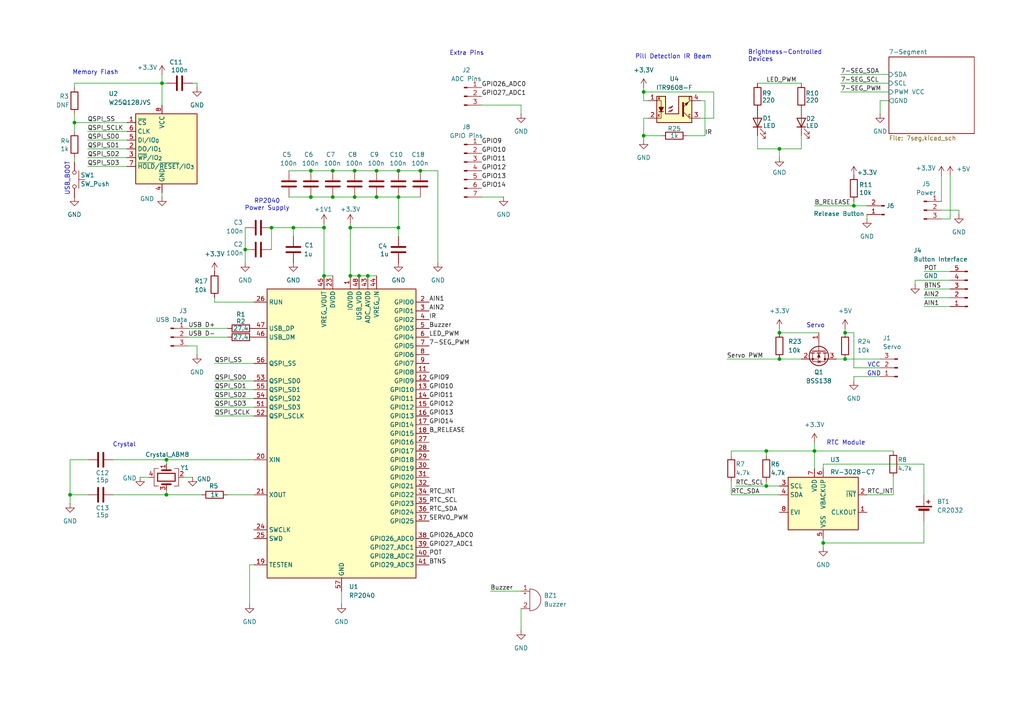
<source format=kicad_sch>
(kicad_sch (version 20250114) (generator "eeschema") (generator_version "9.0")
  (paper "A4")
  (lib_symbols
    (symbol "Connector:Conn_01x02_Pin" (pin_names (offset 1.016) (hide yes))
      (property "Reference" "J" (at 0 2.54 0))
      (property "Value" "Conn_01x02_Pin" (at 0 -5.08 0))
      (symbol "Conn_01x02_Pin_1_1"
        (pin passive line (at 5.08 0 180) (length 3.81) (name "Pin_1") (number "1"))
        (pin passive line (at 5.08 -2.54 180) (length 3.81) (name "Pin_2") (number "2"))
      )
    )
    (symbol "Connector:Conn_01x03_Pin" (pin_names (offset 1.016) (hide yes))
      (property "Reference" "J" (at 0 5.08 0))
      (property "Value" "Conn_01x03_Pin" (at 0 -5.08 0))
      (symbol "Conn_01x03_Pin_1_1"
        (pin passive line (at 5.08 2.54 180) (length 3.81) (name "Pin_1") (number "1"))
        (pin passive line (at 5.08 0 180) (length 3.81) (name "Pin_2") (number "2"))
        (pin passive line (at 5.08 -2.54 180) (length 3.81) (name "Pin_3") (number "3"))
      )
    )
    (symbol "Connector:Conn_01x05_Pin" (pin_names (offset 1.016) (hide yes))
      (property "Reference" "J" (at 0 7.62 0))
      (property "Value" "Conn_01x05_Pin" (at 0 -7.62 0))
      (symbol "Conn_01x05_Pin_1_1"
        (pin passive line (at 5.08 5.08 180) (length 3.81) (name "Pin_1") (number "1"))
        (pin passive line (at 5.08 2.54 180) (length 3.81) (name "Pin_2") (number "2"))
        (pin passive line (at 5.08 0 180) (length 3.81) (name "Pin_3") (number "3"))
        (pin passive line (at 5.08 -2.54 180) (length 3.81) (name "Pin_4") (number "4"))
        (pin passive line (at 5.08 -5.08 180) (length 3.81) (name "Pin_5") (number "5"))
      )
    )
    (symbol "Connector:Conn_01x07_Pin" (pin_names (offset 1.016) (hide yes))
      (property "Reference" "J" (at 0 10.16 0))
      (property "Value" "Conn_01x07_Pin" (at 0 -10.16 0))
      (symbol "Conn_01x07_Pin_1_1"
        (pin passive line (at 5.08 7.62 180) (length 3.81) (name "Pin_1") (number "1"))
        (pin passive line (at 5.08 5.08 180) (length 3.81) (name "Pin_2") (number "2"))
        (pin passive line (at 5.08 2.54 180) (length 3.81) (name "Pin_3") (number "3"))
        (pin passive line (at 5.08 0 180) (length 3.81) (name "Pin_4") (number "4"))
        (pin passive line (at 5.08 -2.54 180) (length 3.81) (name "Pin_5") (number "5"))
        (pin passive line (at 5.08 -5.08 180) (length 3.81) (name "Pin_6") (number "6"))
        (pin passive line (at 5.08 -7.62 180) (length 3.81) (name "Pin_7") (number "7"))
      )
    )
    (symbol "Device:Battery_Cell" (pin_numbers (hide yes)) (pin_names (offset 0) (hide yes))
      (property "Reference" "BT" (at 2.54 2.54 0))
      (property "Value" "Battery_Cell" (at 2.54 0 0))
      (symbol "Battery_Cell_1_1"
        (pin passive line (at 0 5.08 270) (length 2.54) (name "+") (number "1"))
        (pin passive line (at 0 -2.54 90) (length 2.54) (name "-") (number "2"))
      )
    )
    (symbol "Device:Buzzer" (pin_names (offset 0.0254) (hide yes))
      (property "Reference" "BZ" (at 3.81 1.27 0))
      (property "Value" "Buzzer" (at 3.81 -1.27 0))
      (symbol "Buzzer_1_1"
        (pin passive line (at -2.54 2.54 0) (length 2.54) (name "+") (number "1"))
        (pin passive line (at -2.54 -2.54 0) (length 2.54) (name "-") (number "2"))
      )
    )
    (symbol "Device:C" (pin_numbers (hide yes)) (pin_names (offset 0.254))
      (property "Reference" "C" (at 0.635 2.54 0))
      (property "Value" "C" (at 0.635 -2.54 0))
      (symbol "C_1_1"
        (pin passive line (at 0 3.81 270) (length 2.794) (name "~") (number "1"))
        (pin passive line (at 0 -3.81 90) (length 2.794) (name "~") (number "2"))
      )
    )
    (symbol "Device:Crystal_GND24" (pin_names (offset 1.016) (hide yes))
      (property "Reference" "Y" (at 3.175 5.08 0))
      (property "Value" "Crystal_GND24" (at 3.175 3.175 0))
      (symbol "Crystal_GND24_1_1"
        (pin passive line (at -3.81 0 0) (length 1.27) (name "1") (number "1"))
        (pin passive line (at 0 5.08 270) (length 1.27) (name "2") (number "2"))
        (pin passive line (at 0 -5.08 90) (length 1.27) (name "4") (number "4"))
        (pin passive line (at 3.81 0 180) (length 1.27) (name "3") (number "3"))
      )
    )
    (symbol "Device:LED" (pin_numbers (hide yes)) (pin_names (offset 1.016) (hide yes))
      (property "Reference" "D" (at 0 2.54 0))
      (property "Value" "LED" (at 0 -2.54 0))
      (symbol "LED_1_1"
        (pin passive line (at -3.81 0 0) (length 2.54) (name "K") (number "1"))
        (pin passive line (at 3.81 0 180) (length 2.54) (name "A") (number "2"))
      )
    )
    (symbol "Device:R" (pin_numbers (hide yes)) (pin_names (offset 0))
      (property "Reference" "R" (at 2.032 0 90))
      (property "Value" "R" (at 0 0 90))
      (symbol "R_1_1"
        (pin passive line (at 0 3.81 270) (length 1.27) (name "~") (number "1"))
        (pin passive line (at 0 -3.81 90) (length 1.27) (name "~") (number "2"))
      )
    )
    (symbol "MCU_RaspberryPi:RP2040"
      (property "Reference" "U" (at 17.78 45.72 0))
      (property "Value" "RP2040" (at 17.78 43.18 0))
      (symbol "RP2040_1_1"
        (pin input line (at -25.4 38.1 0) (length 3.81) (name "RUN") (number "26"))
        (pin bidirectional line (at -25.4 30.48 0) (length 3.81) (name "USB_DP") (number "47"))
        (pin bidirectional line (at -25.4 27.94 0) (length 3.81) (name "USB_DM") (number "46"))
        (pin bidirectional line (at -25.4 20.32 0) (length 3.81) (name "QSPI_SS") (number "56"))
        (pin bidirectional line (at -25.4 15.24 0) (length 3.81) (name "QSPI_SD0") (number "53"))
        (pin bidirectional line (at -25.4 12.7 0) (length 3.81) (name "QSPI_SD1") (number "55"))
        (pin bidirectional line (at -25.4 10.16 0) (length 3.81) (name "QSPI_SD2") (number "54"))
        (pin bidirectional line (at -25.4 7.62 0) (length 3.81) (name "QSPI_SD3") (number "51"))
        (pin output line (at -25.4 5.08 0) (length 3.81) (name "QSPI_SCLK") (number "52"))
        (pin input line (at -25.4 -7.62 0) (length 3.81) (name "XIN") (number "20"))
        (pin passive line (at -25.4 -17.78 0) (length 3.81) (name "XOUT") (number "21"))
        (pin input line (at -25.4 -27.94 0) (length 3.81) (name "SWCLK") (number "24"))
        (pin bidirectional line (at -25.4 -30.48 0) (length 3.81) (name "SWD") (number "25"))
        (pin input line (at -25.4 -38.1 0) (length 3.81) (name "TESTEN") (number "19"))
        (pin power_out line (at -5.08 45.72 270) (length 3.81) (name "VREG_VOUT") (number "45"))
        (pin power_in line (at -2.54 45.72 270) (length 3.81) (name "DVDD") (number "23"))
        (pin passive line (at -2.54 45.72 270) (length 3.81) (hide yes) (name "DVDD") (number "50"))
        (pin power_in line (at 0 -45.72 90) (length 3.81) (name "GND") (number "57"))
        (pin power_in line (at 2.54 45.72 270) (length 3.81) (name "IOVDD") (number "1"))
        (pin passive line (at 2.54 45.72 270) (length 3.81) (hide yes) (name "IOVDD") (number "10"))
        (pin passive line (at 2.54 45.72 270) (length 3.81) (hide yes) (name "IOVDD") (number "22"))
        (pin passive line (at 2.54 45.72 270) (length 3.81) (hide yes) (name "IOVDD") (number "33"))
        (pin passive line (at 2.54 45.72 270) (length 3.81) (hide yes) (name "IOVDD") (number "42"))
        (pin passive line (at 2.54 45.72 270) (length 3.81) (hide yes) (name "IOVDD") (number "49"))
        (pin power_in line (at 5.08 45.72 270) (length 3.81) (name "USB_VDD") (number "48"))
        (pin power_in line (at 7.62 45.72 270) (length 3.81) (name "ADC_AVDD") (number "43"))
        (pin power_in line (at 10.16 45.72 270) (length 3.81) (name "VREG_IN") (number "44"))
        (pin bidirectional line (at 25.4 38.1 180) (length 3.81) (name "GPIO0") (number "2"))
        (pin bidirectional line (at 25.4 35.56 180) (length 3.81) (name "GPIO1") (number "3"))
        (pin bidirectional line (at 25.4 33.02 180) (length 3.81) (name "GPIO2") (number "4"))
        (pin bidirectional line (at 25.4 30.48 180) (length 3.81) (name "GPIO3") (number "5"))
        (pin bidirectional line (at 25.4 27.94 180) (length 3.81) (name "GPIO4") (number "6"))
        (pin bidirectional line (at 25.4 25.4 180) (length 3.81) (name "GPIO5") (number "7"))
        (pin bidirectional line (at 25.4 22.86 180) (length 3.81) (name "GPIO6") (number "8"))
        (pin bidirectional line (at 25.4 20.32 180) (length 3.81) (name "GPIO7") (number "9"))
        (pin bidirectional line (at 25.4 17.78 180) (length 3.81) (name "GPIO8") (number "11"))
        (pin bidirectional line (at 25.4 15.24 180) (length 3.81) (name "GPIO9") (number "12"))
        (pin bidirectional line (at 25.4 12.7 180) (length 3.81) (name "GPIO10") (number "13"))
        (pin bidirectional line (at 25.4 10.16 180) (length 3.81) (name "GPIO11") (number "14"))
        (pin bidirectional line (at 25.4 7.62 180) (length 3.81) (name "GPIO12") (number "15"))
        (pin bidirectional line (at 25.4 5.08 180) (length 3.81) (name "GPIO13") (number "16"))
        (pin bidirectional line (at 25.4 2.54 180) (length 3.81) (name "GPIO14") (number "17"))
        (pin bidirectional line (at 25.4 0 180) (length 3.81) (name "GPIO15") (number "18"))
        (pin bidirectional line (at 25.4 -2.54 180) (length 3.81) (name "GPIO16") (number "27"))
        (pin bidirectional line (at 25.4 -5.08 180) (length 3.81) (name "GPIO17") (number "28"))
        (pin bidirectional line (at 25.4 -7.62 180) (length 3.81) (name "GPIO18") (number "29"))
        (pin bidirectional line (at 25.4 -10.16 180) (length 3.81) (name "GPIO19") (number "30"))
        (pin bidirectional line (at 25.4 -12.7 180) (length 3.81) (name "GPIO20") (number "31"))
        (pin bidirectional line (at 25.4 -15.24 180) (length 3.81) (name "GPIO21") (number "32"))
        (pin bidirectional line (at 25.4 -17.78 180) (length 3.81) (name "GPIO22") (number "34"))
        (pin bidirectional line (at 25.4 -20.32 180) (length 3.81) (name "GPIO23") (number "35"))
        (pin bidirectional line (at 25.4 -22.86 180) (length 3.81) (name "GPIO24") (number "36"))
        (pin bidirectional line (at 25.4 -25.4 180) (length 3.81) (name "GPIO25") (number "37"))
        (pin bidirectional line (at 25.4 -30.48 180) (length 3.81) (name "GPIO26_ADC0") (number "38"))
        (pin bidirectional line (at 25.4 -33.02 180) (length 3.81) (name "GPIO27_ADC1") (number "39"))
        (pin bidirectional line (at 25.4 -35.56 180) (length 3.81) (name "GPIO28_ADC2") (number "40"))
        (pin bidirectional line (at 25.4 -38.1 180) (length 3.81) (name "GPIO29_ADC3") (number "41"))
      )
    )
    (symbol "Memory_Flash:W25Q128JVS"
      (property "Reference" "U" (at -6.35 11.43 0))
      (property "Value" "W25Q128JVS" (at 7.62 11.43 0))
      (symbol "W25Q128JVS_1_1"
        (pin input line (at -10.16 7.62 0) (length 2.54) (name "~{CS}") (number "1"))
        (pin input line (at -10.16 5.08 0) (length 2.54) (name "CLK") (number "6"))
        (pin bidirectional line (at -10.16 2.54 0) (length 2.54) (name "DI/IO_{0}") (number "5"))
        (pin bidirectional line (at -10.16 0 0) (length 2.54) (name "DO/IO_{1}") (number "2"))
        (pin bidirectional line (at -10.16 -2.54 0) (length 2.54) (name "~{WP}/IO_{2}") (number "3"))
        (pin bidirectional line (at -10.16 -5.08 0) (length 2.54) (name "~{HOLD}/~{RESET}/IO_{3}") (number "7"))
        (pin power_in line (at 0 12.7 270) (length 2.54) (name "VCC") (number "8"))
        (pin power_in line (at 0 -12.7 90) (length 2.54) (name "GND") (number "4"))
      )
    )
    (symbol "Sensor_Proximity:ITR9608-F"
      (property "Reference" "U" (at -5.08 5.08 0))
      (property "Value" "ITR9608-F" (at 0 -5.08 0))
      (symbol "ITR9608-F_0_0"
        (text "A" (at -4.445 3.175 0) (effects (font (size 0.762 0.762))))
        (text "K" (at -4.445 -1.778 0) (effects (font (size 0.762 0.762))))
        (text "E" (at 4.445 3.175 0) (effects (font (size 0.762 0.762))))
        (text "C" (at 4.445 -1.778 0) (effects (font (size 0.762 0.762))))
      )
      (symbol "ITR9608-F_1_1"
        (pin passive line (at -7.62 2.54 0) (length 2.54) (name "~") (number "1"))
        (pin passive line (at -7.62 -2.54 0) (length 2.54) (name "~") (number "2"))
        (pin open_emitter line (at 7.62 2.54 180) (length 2.54) (name "~") (number "4"))
        (pin open_collector line (at 7.62 -2.54 180) (length 2.54) (name "~") (number "3"))
      )
    )
    (symbol "Switch:SW_Push" (pin_numbers (hide yes)) (pin_names (offset 1.016) (hide yes))
      (property "Reference" "SW" (at 1.27 2.54 0))
      (property "Value" "SW_Push" (at 0 -1.524 0))
      (symbol "SW_Push_0_1"
        (pin passive line (at -5.08 0 0) (length 2.54) (name "1") (number "1"))
        (pin passive line (at 5.08 0 180) (length 2.54) (name "2") (number "2"))
      )
    )
    (symbol "Timer_RTC:RV-3028-C7"
      (property "Reference" "U" (at -8.89 8.89 0))
      (property "Value" "RV-3028-C7" (at 7.62 8.89 0))
      (symbol "RV-3028-C7_1_1"
        (pin input line (at -12.7 5.08 0) (length 2.54) (name "SCL") (number "3"))
        (pin bidirectional line (at -12.7 2.54 0) (length 2.54) (name "SDA") (number "4"))
        (pin input line (at -12.7 -2.54 0) (length 2.54) (name "EVI") (number "8"))
        (pin power_in line (at -2.54 10.16 270) (length 2.54) (name "VDD") (number "7"))
        (pin power_in line (at 0 10.16 270) (length 2.54) (name "VBACKUP") (number "6"))
        (pin power_in line (at 0 -10.16 90) (length 2.54) (name "VSS") (number "5"))
        (pin open_collector line (at 12.7 2.54 180) (length 2.54) (name "~{INT}") (number "2"))
        (pin output line (at 12.7 -2.54 180) (length 2.54) (name "CLKOUT") (number "1"))
      )
    )
    (symbol "Transistor_FET:BSS138" (pin_names (offset 0) (hide yes))
      (property "Reference" "Q" (at 5.08 1.905 0))
      (property "Value" "BSS138" (at 5.08 0 0))
      (symbol "BSS138_1_1"
        (pin input line (at -5.08 0 0) (length 2.54) (name "G") (number "1"))
        (pin passive line (at 2.54 5.08 270) (length 2.54) (name "D") (number "3"))
        (pin passive line (at 2.54 -5.08 90) (length 2.54) (name "S") (number "2"))
      )
    )
    (symbol "power:+1V1" (power) (pin_numbers (hide yes)) (pin_names (offset 0) (hide yes))
      (property "Value" "+1V1" (at 0 3.556 0))
      (symbol "+1V1_1_1"
        (pin power_in line (at 0 0 90) (length 0) (name "~") (number "1"))
      )
    )
    (symbol "power:+3.3V" (power) (pin_numbers (hide yes)) (pin_names (offset 0) (hide yes))
      (property "Value" "+3.3V" (at 0 3.556 0))
      (symbol "+3.3V_1_1"
        (pin power_in line (at 0 0 90) (length 0) (name "~") (number "1"))
      )
    )
    (symbol "power:+5V" (power) (pin_numbers (hide yes)) (pin_names (offset 0) (hide yes))
      (property "Value" "+5V" (at 0 3.556 0))
      (symbol "+5V_1_1"
        (pin power_in line (at 0 0 90) (length 0) (name "~") (number "1"))
      )
    )
    (symbol "power:GND" (power) (pin_numbers (hide yes)) (pin_names (offset 0) (hide yes))
      (property "Value" "GND" (at 0 -3.81 0))
      (symbol "GND_1_1"
        (pin power_in line (at 0 0 270) (length 0) (name "~") (number "1"))
      )
    )
  )
  (text "Crystal" (at 36.068 129.032 0) (effects (font (size 1.27 1.27))))
  (text "Memory Flash" (at 27.686 21.082 0) (effects (font (size 1.27 1.27))))
  (text "VCC\n" (at 253.492 105.918 0) (effects (font (size 1.27 1.27))))
  (text "GND" (at 253.492 108.458 0) (effects (font (size 1.27 1.27))))
  (text "Servo" (at 239.268 94.488 0) (effects (font (size 1.27 1.27)) (justify right)))
  (text "Pill Detection IR Beam\n" (at 195.326 16.51 0) (effects (font (size 1.27 1.27))))
  (text "Extra Pins" (at 135.382 15.494 0) (effects (font (size 1.27 1.27))))
  (text "RTC Module" (at 245.364 128.524 0) (effects (font (size 1.27 1.27))))
  (text "RP2040\nPower Supply" (at 77.47 59.436 0) (effects (font (size 1.27 1.27))))
  (text "Brightness-Controlled\nDevices" (at 216.916 16.256 0) (effects (font (size 1.27 1.27)) (justify left)))
  (text "USB_BOOT" (at 19.558 51.816 90) (effects (font (size 1.27 1.27))))
  (junction (at 96.52 49.53))
  (junction (at 102.87 49.53))
  (junction (at 238.76 157.48))
  (junction (at 226.06 104.14))
  (junction (at 90.17 49.53))
  (junction (at 48.26 143.51))
  (junction (at 20.32 143.51))
  (junction (at 186.69 26.67))
  (junction (at 115.57 57.15))
  (junction (at 106.68 80.01))
  (junction (at 247.65 59.69))
  (junction (at 226.06 43.18))
  (junction (at 226.06 96.52))
  (junction (at 71.12 72.39))
  (junction (at 115.57 66.04))
  (junction (at 115.57 49.53))
  (junction (at 222.25 140.97))
  (junction (at 186.69 39.37))
  (junction (at 109.22 49.53))
  (junction (at 222.25 130.81))
  (junction (at 90.17 57.15))
  (junction (at 46.99 24.13))
  (junction (at 93.98 66.04))
  (junction (at 104.14 80.01))
  (junction (at 96.52 57.15))
  (junction (at 102.87 57.15))
  (junction (at 85.09 66.04))
  (junction (at 93.98 80.01))
  (junction (at 236.22 130.81))
  (junction (at 78.74 66.04))
  (junction (at 109.22 57.15))
  (junction (at 245.11 96.52))
  (junction (at 245.11 104.14))
  (junction (at 101.6 66.04))
  (junction (at 101.6 80.01))
  (junction (at 21.59 35.56))
  (junction (at 121.92 49.53))
  (junction (at 48.26 133.35))
  (wire (pts (xy 186.69 29.21) (xy 187.96 29.21)))
  (wire (pts (xy 53.34 138.43) (xy 55.88 138.43)))
  (wire (pts (xy 186.69 39.37) (xy 186.69 34.29)))
  (wire (pts (xy 267.97 151.13) (xy 267.97 157.48)))
  (wire (pts (xy 238.76 134.62) (xy 267.97 134.62)))
  (wire (pts (xy 102.87 57.15) (xy 109.22 57.15)))
  (wire (pts (xy 146.05 57.15) (xy 139.7 57.15)))
  (wire (pts (xy 275.59 50.8) (xy 275.59 63.5)))
  (wire (pts (xy 102.87 49.53) (xy 109.22 49.53)))
  (wire (pts (xy 25.4 38.1) (xy 36.83 38.1)))
  (wire (pts (xy 96.52 49.53) (xy 102.87 49.53)))
  (wire (pts (xy 212.09 139.7) (xy 212.09 143.51)))
  (wire (pts (xy 236.22 128.27) (xy 236.22 130.81)))
  (wire (pts (xy 104.14 80.01) (xy 106.68 80.01)))
  (wire (pts (xy 238.76 157.48) (xy 238.76 156.21)))
  (wire (pts (xy 21.59 46.99) (xy 21.59 45.72)))
  (wire (pts (xy 101.6 66.04) (xy 101.6 80.01)))
  (wire (pts (xy 151.13 30.48) (xy 151.13 33.02)))
  (wire (pts (xy 54.61 95.25) (xy 66.04 95.25)))
  (wire (pts (xy 245.11 95.25) (xy 245.11 96.52)))
  (wire (pts (xy 243.84 26.67) (xy 257.81 26.67)))
  (wire (pts (xy 255.27 106.68) (xy 247.65 106.68)))
  (wire (pts (xy 219.71 24.13) (xy 232.41 24.13)))
  (wire (pts (xy 259.08 143.51) (xy 259.08 138.43)))
  (wire (pts (xy 62.23 86.36) (xy 62.23 87.63)))
  (wire (pts (xy 48.26 143.51) (xy 48.26 142.24)))
  (wire (pts (xy 236.22 59.69) (xy 247.65 59.69)))
  (wire (pts (xy 93.98 66.04) (xy 93.98 80.01)))
  (wire (pts (xy 25.4 48.26) (xy 36.83 48.26)))
  (wire (pts (xy 232.41 39.37) (xy 232.41 43.18)))
  (wire (pts (xy 236.22 130.81) (xy 259.08 130.81)))
  (wire (pts (xy 267.97 83.82) (xy 275.59 83.82)))
  (wire (pts (xy 85.09 66.04) (xy 85.09 68.58)))
  (wire (pts (xy 247.65 109.22) (xy 247.65 110.49)))
  (wire (pts (xy 57.15 100.33) (xy 54.61 100.33)))
  (wire (pts (xy 243.84 21.59) (xy 257.81 21.59)))
  (wire (pts (xy 238.76 135.89) (xy 238.76 134.62)))
  (wire (pts (xy 204.47 29.21) (xy 204.47 39.37)))
  (wire (pts (xy 247.65 109.22) (xy 255.27 109.22)))
  (wire (pts (xy 66.04 143.51) (xy 73.66 143.51)))
  (wire (pts (xy 55.88 24.13) (xy 57.15 24.13)))
  (wire (pts (xy 101.6 64.77) (xy 101.6 66.04)))
  (wire (pts (xy 267.97 134.62) (xy 267.97 143.51)))
  (wire (pts (xy 46.99 24.13) (xy 46.99 30.48)))
  (wire (pts (xy 25.4 43.18) (xy 36.83 43.18)))
  (wire (pts (xy 142.24 171.45) (xy 151.13 171.45)))
  (wire (pts (xy 62.23 115.57) (xy 73.66 115.57)))
  (wire (pts (xy 46.99 24.13) (xy 48.26 24.13)))
  (wire (pts (xy 213.36 140.97) (xy 222.25 140.97)))
  (wire (pts (xy 212.09 132.08) (xy 212.09 130.81)))
  (wire (pts (xy 21.59 33.02) (xy 21.59 35.56)))
  (wire (pts (xy 278.13 62.23) (xy 278.13 60.96)))
  (wire (pts (xy 210.82 104.14) (xy 226.06 104.14)))
  (wire (pts (xy 151.13 176.53) (xy 151.13 182.88)))
  (wire (pts (xy 245.11 104.14) (xy 255.27 104.14)))
  (wire (pts (xy 72.39 175.26) (xy 72.39 163.83)))
  (wire (pts (xy 72.39 163.83) (xy 73.66 163.83)))
  (wire (pts (xy 226.06 104.14) (xy 232.41 104.14)))
  (wire (pts (xy 48.26 143.51) (xy 58.42 143.51)))
  (wire (pts (xy 62.23 118.11) (xy 73.66 118.11)))
  (wire (pts (xy 83.82 49.53) (xy 90.17 49.53)))
  (wire (pts (xy 85.09 66.04) (xy 93.98 66.04)))
  (wire (pts (xy 96.52 57.15) (xy 102.87 57.15)))
  (wire (pts (xy 212.09 143.51) (xy 226.06 143.51)))
  (wire (pts (xy 222.25 130.81) (xy 236.22 130.81)))
  (wire (pts (xy 46.99 57.15) (xy 46.99 55.88)))
  (wire (pts (xy 222.25 140.97) (xy 226.06 140.97)))
  (wire (pts (xy 127 49.53) (xy 121.92 49.53)))
  (wire (pts (xy 25.4 45.72) (xy 36.83 45.72)))
  (wire (pts (xy 90.17 57.15) (xy 96.52 57.15)))
  (wire (pts (xy 238.76 158.75) (xy 238.76 157.48)))
  (wire (pts (xy 226.06 45.72) (xy 226.06 43.18)))
  (wire (pts (xy 62.23 110.49) (xy 73.66 110.49)))
  (wire (pts (xy 186.69 40.64) (xy 186.69 39.37)))
  (wire (pts (xy 222.25 132.08) (xy 222.25 130.81)))
  (wire (pts (xy 99.06 175.26) (xy 99.06 171.45)))
  (wire (pts (xy 101.6 80.01) (xy 104.14 80.01)))
  (wire (pts (xy 90.17 49.53) (xy 96.52 49.53)))
  (wire (pts (xy 109.22 57.15) (xy 115.57 57.15)))
  (wire (pts (xy 186.69 26.67) (xy 186.69 29.21)))
  (wire (pts (xy 267.97 86.36) (xy 275.59 86.36)))
  (wire (pts (xy 21.59 25.4) (xy 21.59 24.13)))
  (wire (pts (xy 207.01 34.29) (xy 207.01 26.67)))
  (wire (pts (xy 21.59 24.13) (xy 46.99 24.13)))
  (wire (pts (xy 247.65 58.42) (xy 247.65 59.69)))
  (wire (pts (xy 275.59 63.5) (xy 273.05 63.5)))
  (wire (pts (xy 83.82 57.15) (xy 90.17 57.15)))
  (wire (pts (xy 93.98 80.01) (xy 96.52 80.01)))
  (wire (pts (xy 20.32 133.35) (xy 25.4 133.35)))
  (wire (pts (xy 106.68 80.01) (xy 109.22 80.01)))
  (wire (pts (xy 222.25 139.7) (xy 222.25 140.97)))
  (wire (pts (xy 247.65 96.52) (xy 245.11 96.52)))
  (wire (pts (xy 21.59 35.56) (xy 36.83 35.56)))
  (wire (pts (xy 78.74 66.04) (xy 78.74 72.39)))
  (wire (pts (xy 115.57 57.15) (xy 115.57 66.04)))
  (wire (pts (xy 251.46 62.23) (xy 251.46 63.5)))
  (wire (pts (xy 93.98 64.77) (xy 93.98 66.04)))
  (wire (pts (xy 62.23 120.65) (xy 73.66 120.65)))
  (wire (pts (xy 20.32 143.51) (xy 25.4 143.51)))
  (wire (pts (xy 219.71 43.18) (xy 226.06 43.18)))
  (wire (pts (xy 151.13 30.48) (xy 139.7 30.48)))
  (wire (pts (xy 46.99 21.59) (xy 46.99 24.13)))
  (wire (pts (xy 226.06 96.52) (xy 237.49 96.52)))
  (wire (pts (xy 40.64 138.43) (xy 43.18 138.43)))
  (wire (pts (xy 101.6 66.04) (xy 115.57 66.04)))
  (wire (pts (xy 267.97 157.48) (xy 238.76 157.48)))
  (wire (pts (xy 54.61 97.79) (xy 66.04 97.79)))
  (wire (pts (xy 33.02 143.51) (xy 48.26 143.51)))
  (wire (pts (xy 57.15 102.87) (xy 57.15 100.33)))
  (wire (pts (xy 278.13 60.96) (xy 273.05 60.96)))
  (wire (pts (xy 265.43 81.28) (xy 275.59 81.28)))
  (wire (pts (xy 48.26 133.35) (xy 73.66 133.35)))
  (wire (pts (xy 33.02 133.35) (xy 48.26 133.35)))
  (wire (pts (xy 127 49.53) (xy 127 76.2)))
  (wire (pts (xy 219.71 39.37) (xy 219.71 43.18)))
  (wire (pts (xy 62.23 113.03) (xy 73.66 113.03)))
  (wire (pts (xy 186.69 39.37) (xy 191.77 39.37)))
  (wire (pts (xy 247.65 59.69) (xy 251.46 59.69)))
  (wire (pts (xy 251.46 143.51) (xy 259.08 143.51)))
  (wire (pts (xy 109.22 49.53) (xy 115.57 49.53)))
  (wire (pts (xy 243.84 24.13) (xy 257.81 24.13)))
  (wire (pts (xy 186.69 34.29) (xy 187.96 34.29)))
  (wire (pts (xy 20.32 146.05) (xy 20.32 143.51)))
  (wire (pts (xy 115.57 66.04) (xy 115.57 68.58)))
  (wire (pts (xy 115.57 57.15) (xy 121.92 57.15)))
  (wire (pts (xy 207.01 26.67) (xy 186.69 26.67)))
  (wire (pts (xy 267.97 78.74) (xy 275.59 78.74)))
  (wire (pts (xy 226.06 96.52) (xy 226.06 95.25)))
  (wire (pts (xy 203.2 34.29) (xy 207.01 34.29)))
  (wire (pts (xy 71.12 72.39) (xy 71.12 76.2)))
  (wire (pts (xy 78.74 66.04) (xy 85.09 66.04)))
  (wire (pts (xy 199.39 39.37) (xy 204.47 39.37)))
  (wire (pts (xy 203.2 29.21) (xy 204.47 29.21)))
  (wire (pts (xy 57.15 24.13) (xy 57.15 25.4)))
  (wire (pts (xy 255.27 33.02) (xy 255.27 29.21)))
  (wire (pts (xy 265.43 82.55) (xy 265.43 81.28)))
  (wire (pts (xy 62.23 105.41) (xy 73.66 105.41)))
  (wire (pts (xy 226.06 43.18) (xy 232.41 43.18)))
  (wire (pts (xy 212.09 130.81) (xy 222.25 130.81)))
  (wire (pts (xy 273.05 50.8) (xy 273.05 58.42)))
  (wire (pts (xy 121.92 49.53) (xy 115.57 49.53)))
  (wire (pts (xy 247.65 106.68) (xy 247.65 96.52)))
  (wire (pts (xy 267.97 88.9) (xy 275.59 88.9)))
  (wire (pts (xy 186.69 25.4) (xy 186.69 26.67)))
  (wire (pts (xy 25.4 40.64) (xy 36.83 40.64)))
  (wire (pts (xy 71.12 66.04) (xy 71.12 72.39)))
  (wire (pts (xy 48.26 134.62) (xy 48.26 133.35)))
  (wire (pts (xy 21.59 38.1) (xy 21.59 35.56)))
  (wire (pts (xy 62.23 87.63) (xy 73.66 87.63)))
  (wire (pts (xy 236.22 130.81) (xy 236.22 135.89)))
  (wire (pts (xy 242.57 104.14) (xy 245.11 104.14)))
  (wire (pts (xy 255.27 29.21) (xy 257.81 29.21)))
  (wire (pts (xy 20.32 133.35) (xy 20.32 143.51)))
  (label "QSPI_SS" (at 62.23 105.41 0))
  (label "QSPI_SD1" (at 62.23 113.03 0))
  (label "QSPI_SD2" (at 62.23 115.57 0))
  (label "GPIO10" (at 139.7 44.45 0))
  (label "QSPI_SD0" (at 62.23 110.49 0))
  (label "7-SEG_SDA" (at 243.84 21.59 0))
  (label "POT" (at 124.46 161.29 0))
  (label "RTC_SCL" (at 124.46 146.05 0))
  (label "Servo PWM" (at 210.82 104.14 0))
  (label "RTC_INT" (at 259.08 143.51 180))
  (label "7-SEG_PWM" (at 243.84 26.67 0))
  (label "B_RELEASE" (at 236.22 59.69 0))
  (label "7-SEG_SCL" (at 243.84 24.13 0))
  (label "QSPI_SD3" (at 25.4 48.26 0))
  (label "GPIO13" (at 124.46 120.65 0))
  (label "AIN1" (at 267.97 88.9 0))
  (label "USB D-" (at 54.61 97.79 0))
  (label "BTNS" (at 267.97 83.82 0))
  (label "IR" (at 204.47 39.37 0))
  (label "GPIO14" (at 124.46 123.19 0))
  (label "QSPI_SD1" (at 25.4 43.18 0))
  (label "QSPI_SD0" (at 25.4 40.64 0))
  (label "AIN1" (at 124.46 87.63 0))
  (label "GPIO14" (at 139.7 54.61 0))
  (label "SERVO_PWM" (at 124.46 151.13 0))
  (label "GPIO27_ADC1" (at 124.46 158.75 0))
  (label "QSPI_SD2" (at 25.4 45.72 0))
  (label "QSPI_SCLK" (at 62.23 120.65 0))
  (label "POT" (at 267.97 78.74 0))
  (label "LED_PWM" (at 124.46 97.79 0))
  (label "AIN2" (at 267.97 86.36 0))
  (label "GPIO27_ADC1" (at 139.7 27.94 0))
  (label "RTC_SCL" (at 213.36 140.97 0))
  (label "GPIO12" (at 139.7 49.53 0))
  (label "GPIO13" (at 139.7 52.07 0))
  (label "USB D+" (at 54.61 95.25 0))
  (label "Buzzer" (at 142.24 171.45 0))
  (label "RTC_SDA" (at 212.09 143.51 0))
  (label "GPIO9" (at 139.7 41.91 0))
  (label "BTNS" (at 124.46 163.83 0))
  (label "GPIO12" (at 124.46 118.11 0))
  (label "GPIO11" (at 124.46 115.57 0))
  (label "Buzzer" (at 124.46 95.25 0))
  (label "B_RELEASE" (at 124.46 125.73 0))
  (label "GPIO26_ADC0" (at 139.7 25.4 0))
  (label "GPIO26_ADC0" (at 124.46 156.21 0))
  (label "IR" (at 124.46 92.71 0))
  (label "QSPI_SS" (at 25.4 35.56 0))
  (label "RTC_SDA" (at 124.46 148.59 0))
  (label "GPIO11" (at 139.7 46.99 0))
  (label "7-SEG_PWM" (at 124.46 100.33 0))
  (label "QSPI_SD3" (at 62.23 118.11 0))
  (label "AIN2" (at 124.46 90.17 0))
  (label "LED_PWM" (at 222.25 24.13 0))
  (label "GPIO10" (at 124.46 113.03 0))
  (label "QSPI_SCLK" (at 25.4 38.1 0))
  (label "GPIO9" (at 124.46 110.49 0))
  (label "RTC_INT" (at 124.46 143.51 0))
  (symbol (lib_id "Device:C") (at 115.57 72.39 180) (unit 1)
    (property "Reference" "C4" (at 110.998 71.374 0))
    (property "Value" "1u" (at 111.506 73.66 0))
    (property "Footprint" "Capacitor_SMD:C_0402_1005Metric" (effects (hide yes)))
    (property "Description" "Unpolarized capacitor" (effects (hide yes)))
  )
  (symbol (lib_id "Connector:Conn_01x03_Pin") (at 49.53 97.79 0) (unit 1)
    (property "Reference" "J3" (at 53.086 90.17 0))
    (property "Value" "USB Data" (at 49.784 92.71 0))
    (property "Footprint" "Connector_JST:JST_EH_B3B-EH-A_1x03_P2.50mm_Vertical" (effects (hide yes)))
    (property "Description" "Generic connector, single row, 01x03, script generated" (effects (hide yes)))
  )
  (symbol (lib_id "Timer_RTC:RV-3028-C7") (at 238.76 146.05 0) (unit 1)
    (property "Reference" "U3" (at 240.792 133.35 0) (effects (justify left)))
    (property "Value" "RV-3028-C7" (at 240.792 136.906 0) (effects (justify left)))
    (property "Footprint" "Package_SON:MicroCrystal_C7_SON-8_1.5x3.2mm_P0.9mm" (effects (hide yes)))
    (property "Datasheet" "https://www.microcrystal.com/fileadmin/Media/Products/RTC/Datasheet/RV-3028-C7.pdf" (effects (hide yes)))
    (property "Description" "Realtime Clock/Calendar I2C Interface, Extreme Low Power, 1.1 V to 5.5 V, MicroCrystal C7" (effects (hide yes)))
  )
  (symbol (lib_id "power:GND") (at 57.15 102.87 0) (unit 1)
    (property "Reference" "#PWR04" (effects (hide yes)))
    (property "Value" "GND" (at 57.15 107.95 0))
    (property "Description" "Power symbol creates a global label with name \"GND\" , ground" (effects (hide yes)))
  )
  (symbol (lib_id "Device:C") (at 74.93 66.04 90) (unit 1)
    (property "Reference" "C3" (at 69.088 64.516 90))
    (property "Value" "100n" (at 68.072 67.056 90))
    (property "Footprint" "Capacitor_SMD:C_0402_1005Metric" (effects (hide yes)))
    (property "Description" "Unpolarized capacitor" (effects (hide yes)))
  )
  (symbol (lib_id "power:+3.3V") (at 186.69 25.4 0) (unit 1)
    (property "Reference" "#PWR022" (effects (hide yes)))
    (property "Value" "+3.3V" (at 186.69 20.32 0))
    (property "Description" "Power symbol creates a global label with name \"+3.3V\"" (effects (hide yes)))
  )
  (symbol (lib_id "power:GND") (at 226.06 45.72 0) (unit 1)
    (property "Reference" "#PWR02" (effects (hide yes)))
    (property "Value" "GND" (at 226.06 50.038 0))
    (property "Description" "Power symbol creates a global label with name \"GND\" , ground" (effects (hide yes)))
  )
  (symbol (lib_id "Device:C") (at 96.52 53.34 180) (unit 1)
    (property "Reference" "C7" (at 95.885 44.831 0))
    (property "Value" "100n" (at 96.393 47.371 0))
    (property "Footprint" "Capacitor_SMD:C_0402_1005Metric" (effects (hide yes)))
    (property "Description" "Unpolarized capacitor" (effects (hide yes)))
  )
  (symbol (lib_id "Connector:Conn_01x03_Pin") (at 260.35 106.68 180) (unit 1)
    (property "Reference" "J1" (at 256.032 98.044 0) (effects (justify right)))
    (property "Value" "Servo" (at 256.032 100.584 0) (effects (justify right)))
    (property "Footprint" "Connector_PinHeader_2.54mm:PinHeader_1x03_P2.54mm_Vertical" (effects (hide yes)))
    (property "Description" "Generic connector, single row, 01x03, script generated" (effects (hide yes)))
  )
  (symbol (lib_id "power:+3.3V") (at 101.6 64.77 0) (unit 1)
    (property "Reference" "#PWR028" (effects (hide yes)))
    (property "Value" "+3.3V" (at 101.6 60.706 0))
    (property "Description" "Power symbol creates a global label with name \"+3.3V\"" (effects (hide yes)))
  )
  (symbol (lib_id "power:GND") (at 57.15 25.4 0) (unit 1)
    (property "Reference" "#PWR040" (effects (hide yes)))
    (property "Value" "GND" (at 57.15 30.48 0))
    (property "Description" "Power symbol creates a global label with name \"GND\" , ground" (effects (hide yes)))
  )
  (symbol (lib_id "Device:C") (at 29.21 143.51 90) (unit 1)
    (property "Reference" "C13" (at 29.718 147.32 90))
    (property "Value" "15p" (at 29.718 149.352 90))
    (property "Footprint" "Capacitor_SMD:C_0402_1005Metric" (effects (hide yes)))
    (property "Description" "Unpolarized capacitor" (effects (hide yes)))
  )
  (symbol (lib_id "power:GND") (at 55.88 138.43 0) (unit 1)
    (property "Reference" "#PWR042" (effects (hide yes)))
    (property "Value" "GND" (at 59.182 138.938 0))
    (property "Description" "Power symbol creates a global label with name \"GND\" , ground" (effects (hide yes)))
  )
  (symbol (lib_id "Device:R") (at 69.85 95.25 270) (unit 1)
    (property "Reference" "R1" (at 69.85 91.186 90))
    (property "Value" "27.4" (at 69.85 95.25 90))
    (property "Footprint" "Resistor_SMD:R_0402_1005Metric" (effects (hide yes)))
    (property "Description" "Resistor" (effects (hide yes)))
  )
  (symbol (lib_id "Sensor_Proximity:ITR9608-F") (at 195.58 31.75 0) (unit 1)
    (property "Reference" "U4" (at 195.58 22.86 0))
    (property "Value" "ITR9608-F" (at 195.58 25.4 0))
    (property "Footprint" "OptoDevice:Everlight_ITR9608-F" (effects (hide yes)))
    (property "Datasheet" "https://www.everlighteurope.com/custom/files/datasheets/DRX-0000076.pdf" (effects (hide yes)))
    (property "Description" "Photointerrupter infrared LED with photo IC, -25 to +85 degree Celsius" (effects (hide yes)))
  )
  (symbol (lib_id "power:+1V1") (at 93.98 64.77 0) (unit 1)
    (property "Reference" "#PWR030" (effects (hide yes)))
    (property "Value" "+1V1" (at 93.726 60.706 0))
    (property "Description" "Power symbol creates a global label with name \"+1V1\"" (effects (hide yes)))
  )
  (symbol (lib_id "power:GND") (at 186.69 40.64 0) (unit 1)
    (property "Reference" "#PWR021" (effects (hide yes)))
    (property "Value" "GND" (at 186.69 45.72 0))
    (property "Description" "Power symbol creates a global label with name \"GND\" , ground" (effects (hide yes)))
  )
  (symbol (lib_id "Device:R") (at 226.06 100.33 0) (unit 1)
    (property "Reference" "R23" (at 228.6 99.0599 0) (effects (justify left)))
    (property "Value" "10k" (at 228.6 101.5999 0) (effects (justify left)))
    (property "Footprint" "Resistor_SMD:R_0805_2012Metric" (effects (hide yes)))
    (property "Description" "Resistor" (effects (hide yes)))
  )
  (symbol (lib_id "power:GND") (at 99.06 175.26 0) (unit 1)
    (property "Reference" "#PWR018" (effects (hide yes)))
    (property "Value" "GND" (at 99.06 180.34 0))
    (property "Description" "Power symbol creates a global label with name \"GND\" , ground" (effects (hide yes)))
  )
  (symbol (lib_id "Connector:Conn_01x03_Pin") (at 134.62 27.94 0) (unit 1)
    (property "Reference" "J2" (at 135.255 20.32 0))
    (property "Value" "ADC Pins" (at 135.255 22.86 0))
    (property "Footprint" "Connector_PinHeader_2.54mm:PinHeader_1x03_P2.54mm_Vertical" (effects (hide yes)))
    (property "Description" "Generic connector, single row, 01x03, script generated" (effects (hide yes)))
  )
  (symbol (lib_id "Device:C") (at 74.93 72.39 90) (unit 1)
    (property "Reference" "C2" (at 69.088 70.866 90))
    (property "Value" "100n" (at 68.072 73.406 90))
    (property "Footprint" "Capacitor_SMD:C_0402_1005Metric" (effects (hide yes)))
    (property "Description" "Unpolarized capacitor" (effects (hide yes)))
  )
  (symbol (lib_id "power:+3.3V") (at 273.05 50.8 0) (unit 1)
    (property "Reference" "#PWR07" (effects (hide yes)))
    (property "Value" "+3.3V" (at 268.478 48.768 0))
    (property "Description" "Power symbol creates a global label with name \"+3.3V\"" (effects (hide yes)))
  )
  (symbol (lib_id "power:+5V") (at 245.11 95.25 0) (unit 1)
    (property "Reference" "#PWR010" (effects (hide yes)))
    (property "Value" "+5V" (at 245.11 90.17 0))
    (property "Description" "Power symbol creates a global label with name \"+5V\"" (effects (hide yes)))
  )
  (symbol (lib_id "power:+5V") (at 275.59 50.8 0) (unit 1)
    (property "Reference" "#PWR014" (effects (hide yes)))
    (property "Value" "+5V" (at 279.4 49.022 0))
    (property "Description" "Power symbol creates a global label with name \"+5V\"" (effects (hide yes)))
  )
  (symbol (lib_id "Device:LED") (at 232.41 35.56 90) (unit 1)
    (property "Reference" "D2" (at 235.077 34.417 90))
    (property "Value" "LED" (at 235.585 36.449 90))
    (property "Footprint" "LED_THT:LED_D3.0mm" (effects (hide yes)))
    (property "Description" "Red LED" (effects (hide yes)))
    (property "Sim.Pins" "1=K 2=A" (effects (hide yes)))
  )
  (symbol (lib_id "Device:R") (at 222.25 135.89 0) (unit 1)
    (property "Reference" "R6" (at 223.52 134.62 0) (effects (justify left)))
    (property "Value" "4.7k" (at 223.52 137.16 0) (effects (justify left)))
    (property "Footprint" "Resistor_SMD:R_0805_2012Metric" (effects (hide yes)))
    (property "Description" "Resistor" (effects (hide yes)))
  )
  (symbol (lib_id "power:GND") (at 46.99 57.15 0) (unit 1)
    (property "Reference" "#PWR038" (effects (hide yes)))
    (property "Value" "GND" (at 42.672 57.658 0))
    (property "Description" "Power symbol creates a global label with name \"GND\" , ground" (effects (hide yes)))
  )
  (symbol (lib_id "power:GND") (at 265.43 82.55 0) (unit 1)
    (property "Reference" "#PWR06" (effects (hide yes)))
    (property "Value" "GND" (at 270.002 80.01 0))
    (property "Description" "Power symbol creates a global label with name \"GND\" , ground" (effects (hide yes)))
  )
  (symbol (lib_id "Device:R") (at 21.59 41.91 180) (unit 1)
    (property "Reference" "R4" (at 17.526 40.894 0) (effects (justify right)))
    (property "Value" "1k" (at 17.526 43.18 0) (effects (justify right)))
    (property "Footprint" "Resistor_SMD:R_0603_1608Metric" (effects (hide yes)))
    (property "Description" "Resistor" (effects (hide yes)))
  )
  (symbol (lib_id "Device:R") (at 259.08 134.62 0) (unit 1)
    (property "Reference" "R8" (at 260.35 133.35 0) (effects (justify left)))
    (property "Value" "4.7k" (at 260.35 135.89 0) (effects (justify left)))
    (property "Footprint" "Resistor_SMD:R_0805_2012Metric" (effects (hide yes)))
    (property "Description" "Resistor" (effects (hide yes)))
  )
  (symbol (lib_id "power:GND") (at 20.32 146.05 0) (unit 1)
    (property "Reference" "#PWR043" (effects (hide yes)))
    (property "Value" "GND" (at 20.32 151.13 0))
    (property "Description" "Power symbol creates a global label with name \"GND\" , ground" (effects (hide yes)))
  )
  (symbol (lib_id "power:+3.3V") (at 247.65 50.8 0) (unit 1)
    (property "Reference" "#PWR05" (effects (hide yes)))
    (property "Value" "+3.3V" (at 251.46 50.038 0))
    (property "Description" "Power symbol creates a global label with name \"+3.3V\"" (effects (hide yes)))
  )
  (symbol (lib_id "Device:C") (at 83.82 53.34 180) (unit 1)
    (property "Reference" "C5" (at 83.185 44.831 0))
    (property "Value" "100n" (at 83.693 47.371 0))
    (property "Footprint" "Capacitor_SMD:C_0402_1005Metric" (effects (hide yes)))
    (property "Description" "Unpolarized capacitor" (effects (hide yes)))
  )
  (symbol (lib_id "Connector:Conn_01x05_Pin") (at 280.67 83.82 180) (unit 1)
    (property "Reference" "J4" (at 264.922 72.644 0) (effects (justify right)))
    (property "Value" "Button Interface" (at 264.922 75.184 0) (effects (justify right)))
    (property "Footprint" "Connector_JST:JST_EH_B5B-EH-A_1x05_P2.50mm_Vertical" (effects (hide yes)))
    (property "Description" "Generic connector, single row, 01x05, script generated" (effects (hide yes)))
  )
  (symbol (lib_id "Device:R") (at 195.58 39.37 90) (unit 1)
    (property "Reference" "R25" (at 195.58 37.338 90))
    (property "Value" "1k" (at 195.58 39.37 90))
    (property "Description" "Resistor" (effects (hide yes)))
  )
  (symbol (lib_id "Device:R") (at 62.23 143.51 90) (unit 1)
    (property "Reference" "R5" (at 61.976 140.97 90))
    (property "Value" "1k" (at 62.23 143.51 90))
    (property "Footprint" "Resistor_SMD:R_0402_1005Metric" (effects (hide yes)))
    (property "Description" "Resistor" (effects (hide yes)))
  )
  (symbol (lib_id "Connector:Conn_01x03_Pin") (at 267.97 60.96 0) (unit 1)
    (property "Reference" "J5" (at 268.605 53.34 0))
    (property "Value" "Power" (at 268.605 55.88 0))
    (property "Footprint" "Connector_JST:JST_EH_B3B-EH-A_1x03_P2.50mm_Vertical" (effects (hide yes)))
    (property "Description" "Generic connector, single row, 01x03, script generated" (effects (hide yes)))
  )
  (symbol (lib_id "power:GND") (at 115.57 76.2 0) (unit 1)
    (property "Reference" "#PWR029" (effects (hide yes)))
    (property "Value" "GND" (at 115.57 81.28 0))
    (property "Description" "Power symbol creates a global label with name \"GND\" , ground" (effects (hide yes)))
  )
  (symbol (lib_id "Device:R") (at 69.85 97.79 270) (unit 1)
    (property "Reference" "R2" (at 69.85 93.218 90))
    (property "Value" "27.4" (at 69.85 97.79 90))
    (property "Footprint" "Resistor_SMD:R_0402_1005Metric" (effects (hide yes)))
    (property "Description" "Resistor" (effects (hide yes)))
  )
  (symbol (lib_id "Switch:SW_Push") (at 21.59 52.07 270) (unit 1)
    (property "Reference" "SW1" (at 23.368 50.8 90) (effects (justify left)))
    (property "Value" "SW_Push" (at 23.368 53.34 90) (effects (justify left)))
    (property "Footprint" "Button_Switch_SMD:SW_SPST_PTS810" (effects (hide yes)))
    (property "Description" "Push button switch, generic, two pins" (effects (hide yes)))
  )
  (symbol (lib_id "Device:C") (at 115.57 53.34 180) (unit 1)
    (property "Reference" "C10" (at 114.935 44.831 0))
    (property "Value" "100n" (at 115.443 47.371 0))
    (property "Footprint" "Capacitor_SMD:C_0402_1005Metric" (effects (hide yes)))
    (property "Description" "Unpolarized capacitor" (effects (hide yes)))
  )
  (symbol (lib_id "Device:C") (at 52.07 24.13 90) (unit 1)
    (property "Reference" "C11" (at 51.054 18.034 90))
    (property "Value" "100n" (at 52.07 20.32 90))
    (property "Footprint" "Capacitor_SMD:C_0402_1005Metric" (effects (hide yes)))
    (property "Description" "Unpolarized capacitor" (effects (hide yes)))
  )
  (symbol (lib_id "power:GND") (at 21.59 57.15 0) (unit 1)
    (property "Reference" "#PWR039" (effects (hide yes)))
    (property "Value" "GND" (at 21.59 62.23 0))
    (property "Description" "Power symbol creates a global label with name \"GND\" , ground" (effects (hide yes)))
  )
  (symbol (lib_id "Device:C") (at 90.17 53.34 180) (unit 1)
    (property "Reference" "C6" (at 89.535 44.831 0))
    (property "Value" "100n" (at 90.043 47.371 0))
    (property "Footprint" "Capacitor_SMD:C_0402_1005Metric" (effects (hide yes)))
    (property "Description" "Unpolarized capacitor" (effects (hide yes)))
  )
  (symbol (lib_id "Device:C") (at 85.09 72.39 180) (unit 1)
    (property "Reference" "C1" (at 89.662 71.12 0))
    (property "Value" "1u" (at 89.408 73.66 0))
    (property "Footprint" "Capacitor_SMD:C_0402_1005Metric" (effects (hide yes)))
    (property "Description" "Unpolarized capacitor" (effects (hide yes)))
  )
  (symbol (lib_id "Device:Buzzer") (at 153.67 173.99 0) (unit 1)
    (property "Reference" "BZ1" (at 157.734 172.72 0) (effects (justify left)))
    (property "Value" "Buzzer" (at 157.734 175.26 0) (effects (justify left)))
    (property "Footprint" "Buzzer_Beeper:Buzzer_12x9.5RM7.6" (effects (hide yes)))
    (property "Description" "Buzzer, polarized" (effects (hide yes)))
  )
  (symbol (lib_id "Transistor_FET:BSS138") (at 237.49 101.6 270) (unit 1)
    (property "Reference" "Q1" (at 237.49 107.95 90))
    (property "Value" "BSS138" (at 237.49 110.49 90))
    (property "Footprint" "Package_TO_SOT_SMD:SOT-23" (effects (hide yes)))
    (property "Datasheet" "https://www.onsemi.com/pub/Collateral/BSS138-D.PDF" (effects (hide yes)))
    (property "Description" "50V Vds, 0.22A Id, N-Channel MOSFET, SOT-23" (effects (hide yes)))
  )
  (symbol (lib_id "Device:C") (at 109.22 53.34 180) (unit 1)
    (property "Reference" "C9" (at 108.585 44.831 0))
    (property "Value" "100n" (at 109.093 47.371 0))
    (property "Footprint" "Capacitor_SMD:C_0402_1005Metric" (effects (hide yes)))
    (property "Description" "Unpolarized capacitor" (effects (hide yes)))
  )
  (symbol (lib_id "Device:C") (at 102.87 53.34 180) (unit 1)
    (property "Reference" "C8" (at 102.235 44.831 0))
    (property "Value" "100n" (at 102.743 47.371 0))
    (property "Footprint" "Capacitor_SMD:C_0402_1005Metric" (effects (hide yes)))
    (property "Description" "Unpolarized capacitor" (effects (hide yes)))
  )
  (symbol (lib_id "power:GND") (at 72.39 175.26 0) (unit 1)
    (property "Reference" "#PWR015" (effects (hide yes)))
    (property "Value" "GND" (at 72.39 180.34 0))
    (property "Description" "Power symbol creates a global label with name \"GND\" , ground" (effects (hide yes)))
  )
  (symbol (lib_id "power:GND") (at 247.65 110.49 0) (unit 1)
    (property "Reference" "#PWR013" (effects (hide yes)))
    (property "Value" "GND" (at 247.65 115.57 0))
    (property "Description" "Power symbol creates a global label with name \"GND\" , ground" (effects (hide yes)))
  )
  (symbol (lib_id "power:GND") (at 151.13 182.88 0) (unit 1)
    (property "Reference" "#PWR045" (effects (hide yes)))
    (property "Value" "GND" (at 151.13 187.96 0))
    (property "Description" "Power symbol creates a global label with name \"GND\" , ground" (effects (hide yes)))
  )
  (symbol (lib_id "power:GND") (at 85.09 76.2 0) (unit 1)
    (property "Reference" "#PWR031" (effects (hide yes)))
    (property "Value" "GND" (at 85.09 81.28 0))
    (property "Description" "Power symbol creates a global label with name \"GND\" , ground" (effects (hide yes)))
  )
  (symbol (lib_id "power:GND") (at 127 76.2 0) (unit 1)
    (property "Reference" "#PWR027" (effects (hide yes)))
    (property "Value" "GND" (at 124.968 81.28 0) (effects (justify left)))
    (property "Description" "Power symbol creates a global label with name \"GND\" , ground" (effects (hide yes)))
  )
  (symbol (lib_id "Memory_Flash:W25Q128JVS") (at 46.99 43.18 0) (unit 1)
    (property "Reference" "U2" (at 31.496 27.178 0) (effects (justify left)))
    (property "Value" "W25Q128JVS" (at 31.496 29.718 0) (effects (justify left)))
    (property "Footprint" "Package_SO:SOIC-8_5.3x5.3mm_P1.27mm" (effects (hide yes)))
    (property "Datasheet" "https://www.winbond.com/resource-files/w25q128jv_dtr%20revc%2003272018%20plus.pdf" (effects (hide yes)))
    (property "Description" "128Mbit / 16MiB Serial Flash Memory, Standard/Dual/Quad SPI, 2.7-3.6V, SOIC-8" (effects (hide yes)))
  )
  (symbol (lib_id "power:GND") (at 151.13 33.02 0) (unit 1)
    (property "Reference" "#PWR011" (effects (hide yes)))
    (property "Value" "GND" (at 151.13 38.1 0))
    (property "Description" "Power symbol creates a global label with name \"GND\" , ground" (effects (hide yes)))
  )
  (symbol (lib_id "power:GND") (at 255.27 33.02 0) (unit 1)
    (property "Reference" "#PWR09" (effects (hide yes)))
    (property "Value" "GND" (at 255.27 38.1 0))
    (property "Description" "Power symbol creates a global label with name \"GND\" , ground" (effects (hide yes)))
  )
  (symbol (lib_id "Device:LED") (at 219.71 35.56 90) (unit 1)
    (property "Reference" "D1" (at 222.504 34.29 90))
    (property "Value" "LED" (at 223.139 36.449 90))
    (property "Footprint" "LED_THT:LED_D3.0mm" (effects (hide yes)))
    (property "Description" "White LED" (effects (hide yes)))
    (property "Sim.Pins" "1=K 2=A" (effects (hide yes)))
  )
  (symbol (lib_id "MCU_RaspberryPi:RP2040") (at 99.06 125.73 0) (unit 1)
    (property "Reference" "U1" (at 101.2033 170.18 0) (effects (justify left)))
    (property "Value" "RP2040" (at 101.2033 172.72 0) (effects (justify left)))
    (property "Footprint" "Package_DFN_QFN:QFN-56-1EP_7x7mm_P0.4mm_EP3.2x3.2mm" (effects (hide yes)))
    (property "Datasheet" "https://datasheets.raspberrypi.com/rp2040/rp2040-datasheet.pdf" (effects (hide yes)))
    (property "Description" "A microcontroller by Raspberry Pi" (effects (hide yes)))
  )
  (symbol (lib_id "Device:R") (at 245.11 100.33 0) (unit 1)
    (property "Reference" "R24" (at 248.666 99.06 0) (effects (justify left)))
    (property "Value" "10k" (at 248.666 101.6 0) (effects (justify left)))
    (property "Footprint" "Resistor_SMD:R_0805_2012Metric" (effects (hide yes)))
    (property "Description" "Resistor" (effects (hide yes)))
  )
  (symbol (lib_id "power:+3.3V") (at 236.22 128.27 0) (unit 1)
    (property "Reference" "#PWR020" (effects (hide yes)))
    (property "Value" "+3.3V" (at 236.22 123.19 0))
    (property "Description" "Power symbol creates a global label with name \"+3.3V\"" (effects (hide yes)))
  )
  (symbol (lib_id "Device:Crystal_GND24") (at 48.26 138.43 270) (unit 1)
    (property "Reference" "Y1" (at 53.594 135.636 90))
    (property "Value" "Crystal_ABM8" (at 48.514 131.826 90))
    (property "Footprint" "Crystal:ABM8" (effects (hide yes)))
    (property "Description" "Four pin crystal, GND on pins 2 and 4" (effects (hide yes)))
  )
  (symbol (lib_id "power:GND") (at 71.12 76.2 0) (unit 1)
    (property "Reference" "#PWR032" (effects (hide yes)))
    (property "Value" "GND" (at 71.12 81.28 0))
    (property "Description" "Power symbol creates a global label with name \"GND\" , ground" (effects (hide yes)))
  )
  (symbol (lib_id "Device:Battery_Cell") (at 267.97 148.59 0) (unit 1)
    (property "Reference" "BT1" (at 271.78 145.4784 0) (effects (justify left)))
    (property "Value" "CR2032" (at 271.78 148.0184 0) (effects (justify left)))
    (property "Footprint" "Battery:BatteryHolder_MPD_BC2003_1x2032" (effects (hide yes)))
    (property "Description" "Single-cell battery" (effects (hide yes)))
  )
  (symbol (lib_id "Device:C") (at 121.92 53.34 180) (unit 1)
    (property "Reference" "C18" (at 121.285 44.831 0))
    (property "Value" "100n" (at 121.793 47.371 0))
    (property "Footprint" "Capacitor_SMD:C_0402_1005Metric" (effects (hide yes)))
    (property "Description" "Unpolarized capacitor" (effects (hide yes)))
  )
  (symbol (lib_id "Connector:Conn_01x07_Pin") (at 134.62 49.53 0) (unit 1)
    (property "Reference" "J8" (at 135.255 36.83 0))
    (property "Value" "GPIO Pins" (at 135.255 39.37 0))
    (property "Footprint" "Connector_PinHeader_2.54mm:PinHeader_1x07_P2.54mm_Vertical" (effects (hide yes)))
    (property "Description" "Generic connector, single row, 01x07, script generated" (effects (hide yes)))
  )
  (symbol (lib_id "power:+3.3V") (at 62.23 78.74 0) (unit 1)
    (property "Reference" "#PWR016" (effects (hide yes)))
    (property "Value" "+3.3V" (at 62.23 73.66 0))
    (property "Description" "Power symbol creates a global label with name \"+3.3V\"" (effects (hide yes)))
  )
  (symbol (lib_id "Device:R") (at 62.23 82.55 0) (unit 1)
    (property "Reference" "R17" (at 56.388 81.534 0) (effects (justify left)))
    (property "Value" "10k" (at 56.388 84.074 0) (effects (justify left)))
    (property "Footprint" "Resistor_SMD:R_0805_2012Metric" (effects (hide yes)))
    (property "Description" "Resistor" (effects (hide yes)))
  )
  (symbol (lib_id "Device:R") (at 212.09 135.89 0) (unit 1)
    (property "Reference" "R7" (at 213.36 134.62 0) (effects (justify left)))
    (property "Value" "4.7k" (at 213.36 137.16 0) (effects (justify left)))
    (property "Footprint" "Resistor_SMD:R_0805_2012Metric" (effects (hide yes)))
    (property "Description" "Resistor" (effects (hide yes)))
  )
  (symbol (lib_id "power:GND") (at 238.76 158.75 0) (unit 1)
    (property "Reference" "#PWR019" (effects (hide yes)))
    (property "Value" "GND" (at 238.76 163.83 0))
    (property "Description" "Power symbol creates a global label with name \"GND\" , ground" (effects (hide yes)))
  )
  (symbol (lib_id "power:GND") (at 251.46 63.5 0) (unit 1)
    (property "Reference" "#PWR01" (effects (hide yes)))
    (property "Value" "GND" (at 251.46 68.58 0))
    (property "Description" "Power symbol creates a global label with name \"GND\" , ground" (effects (hide yes)))
  )
  (symbol (lib_id "power:+3.3V") (at 226.06 95.25 0) (unit 1)
    (property "Reference" "#PWR03" (effects (hide yes)))
    (property "Value" "+3.3V" (at 226.06 90.17 0))
    (property "Description" "Power symbol creates a global label with name \"+3.3V\"" (effects (hide yes)))
  )
  (symbol (lib_id "Device:R") (at 232.41 27.94 0) (unit 1)
    (property "Reference" "R10" (at 235.585 27.051 0))
    (property "Value" "220" (at 235.585 29.083 0))
    (property "Footprint" "Resistor_SMD:R_0805_2012Metric" (effects (hide yes)))
    (property "Description" "White LED" (effects (hide yes)))
  )
  (symbol (lib_id "Device:R") (at 247.65 54.61 0) (unit 1)
    (property "Reference" "R11" (at 249.174 53.594 0) (effects (justify left)))
    (property "Value" "10k" (at 249.174 55.88 0) (effects (justify left)))
    (property "Footprint" "Resistor_SMD:R_0805_2012Metric" (effects (hide yes)))
    (property "Description" "Trigger button pulldown" (effects (hide yes)))
  )
  (symbol (lib_id "power:GND") (at 278.13 62.23 0) (unit 1)
    (property "Reference" "#PWR08" (effects (hide yes)))
    (property "Value" "GND" (at 278.13 67.31 0))
    (property "Description" "Power symbol creates a global label with name \"GND\" , ground" (effects (hide yes)))
  )
  (symbol (lib_id "power:GND") (at 146.05 57.15 0) (unit 1)
    (property "Reference" "#PWR012" (effects (hide yes)))
    (property "Value" "GND" (at 146.05 62.23 0))
    (property "Description" "Power symbol creates a global label with name \"GND\" , ground" (effects (hide yes)))
  )
  (symbol (lib_id "Device:C") (at 29.21 133.35 90) (unit 1)
    (property "Reference" "C12" (at 29.718 137.16 90))
    (property "Value" "15p" (at 29.718 139.192 90))
    (property "Footprint" "Capacitor_SMD:C_0402_1005Metric" (effects (hide yes)))
    (property "Description" "Unpolarized capacitor" (effects (hide yes)))
  )
  (symbol (lib_id "power:+3.3V") (at 46.99 21.59 0) (unit 1)
    (property "Reference" "#PWR037" (effects (hide yes)))
    (property "Value" "+3.3V" (at 42.672 19.558 0))
    (property "Description" "Power symbol creates a global label with name \"+3.3V\"" (effects (hide yes)))
  )
  (symbol (lib_id "power:GND") (at 40.64 138.43 0) (unit 1)
    (property "Reference" "#PWR041" (effects (hide yes)))
    (property "Value" "GND" (at 37.592 138.684 0))
    (property "Description" "Power symbol creates a global label with name \"GND\" , ground" (effects (hide yes)))
  )
  (symbol (lib_id "Device:R") (at 219.71 27.94 0) (unit 1)
    (property "Reference" "R9" (at 222.377 27.051 0))
    (property "Value" "220" (at 222.885 29.083 0))
    (property "Footprint" "Resistor_SMD:R_0805_2012Metric" (effects (hide yes)))
    (property "Description" "White LED" (effects (hide yes)))
  )
  (symbol (lib_id "Connector:Conn_01x02_Pin") (at 256.54 62.23 180) (unit 1)
    (property "Reference" "J6" (at 257.048 59.69 0) (effects (justify right)))
    (property "Value" "Release Button" (at 235.966 61.976 0) (effects (justify right)))
    (property "Description" "Generic connector, single row, 01x02, script generated" (effects (hide yes)))
  )
  (symbol (lib_id "Device:R") (at 21.59 29.21 0) (unit 1)
    (property "Reference" "R3" (at 17.272 27.94 0) (effects (justify left)))
    (property "Value" "DNF" (at 16.256 30.48 0) (effects (justify left)))
    (property "Footprint" "Resistor_SMD:R_1206_3216Metric_Pad1.30x1.75mm_HandSolder" (effects (hide yes)))
    (property "Description" "Resistor" (effects (hide yes)))
  )
  (sheet (at 257.81 16.51) (size 24.765 22.225) (stroke (width 0.1524))
    (property "Sheetname" "7-Segment" (at 257.81 15.7984 0) (effects (justify left bottom)))
    (property "Sheetfile" "7seg.kicad_sch" (at 257.81 39.3196 0) (effects (justify left top)))
    (pin "GND" output (at 257.81 29.21 180))
    (pin "PWM VCC" input (at 257.81 26.67 180))
    (pin "SCL" input (at 257.81 24.13 180))
    (pin "SDA" input (at 257.81 21.59 180))
  )
)
</source>
